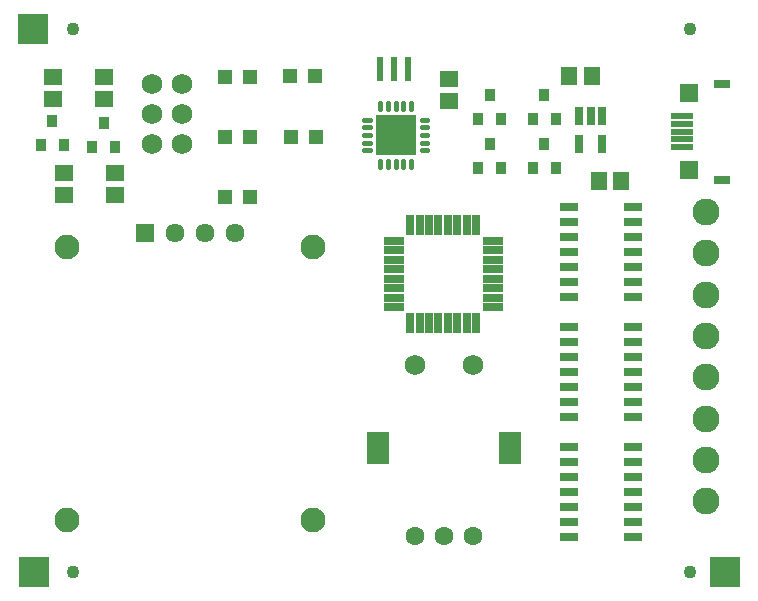
<source format=gts>
G04 EAGLE Gerber RS-274X export*
G75*
%MOMM*%
%FSLAX34Y34*%
%LPD*%
%INSoldermask Top*%
%IPPOS*%
%AMOC8*
5,1,8,0,0,1.08239X$1,22.5*%
G01*
%ADD10C,1.101600*%
%ADD11R,1.601600X1.401600*%
%ADD12R,1.401600X1.601600*%
%ADD13R,1.626600X0.751600*%
%ADD14C,1.727200*%
%ADD15C,2.286000*%
%ADD16R,1.301600X1.301600*%
%ADD17R,0.889000X0.990600*%
%ADD18R,1.609600X1.609600*%
%ADD19C,1.609600*%
%ADD20C,2.101600*%
%ADD21R,0.681600X1.491600*%
%ADD22C,0.261391*%
%ADD23R,3.351600X3.351600*%
%ADD24R,0.651600X1.701600*%
%ADD25R,1.701600X0.651600*%
%ADD26C,1.739900*%
%ADD27C,1.600200*%
%ADD28R,1.905000X2.692400*%
%ADD29R,0.501600X2.001600*%
%ADD30R,1.601597X1.501647*%
%ADD31R,1.901597X0.501600*%
%ADD32R,1.371600X0.736600*%
%ADD33R,2.540000X2.540000*%


D10*
X62000Y-2742D03*
X62000Y456909D03*
X583875Y-2742D03*
X583875Y456909D03*
D11*
X380400Y395800D03*
X380400Y414800D03*
D12*
X506700Y327900D03*
X525700Y327900D03*
X481700Y417000D03*
X500700Y417000D03*
D13*
X481680Y103100D03*
X481680Y90400D03*
X481680Y77700D03*
X481680Y65000D03*
X481680Y52300D03*
X481680Y39600D03*
X481680Y26900D03*
X535920Y26900D03*
X535920Y39600D03*
X535920Y52300D03*
X535920Y65000D03*
X535920Y77700D03*
X535920Y90400D03*
X535920Y103100D03*
X481680Y204700D03*
X481680Y192000D03*
X481680Y179300D03*
X481680Y166600D03*
X481680Y153900D03*
X481680Y141200D03*
X481680Y128500D03*
X535920Y128500D03*
X535920Y141200D03*
X535920Y153900D03*
X535920Y166600D03*
X535920Y179300D03*
X535920Y192000D03*
X535920Y204700D03*
X535920Y230100D03*
X535920Y242800D03*
X535920Y255500D03*
X535920Y268200D03*
X535920Y280900D03*
X535920Y293600D03*
X535920Y306300D03*
X481680Y306300D03*
X481680Y293600D03*
X481680Y280900D03*
X481680Y268200D03*
X481680Y255500D03*
X481680Y242800D03*
X481680Y230100D03*
D14*
X153800Y384600D03*
X128400Y384600D03*
X128400Y359200D03*
X153800Y359200D03*
X153800Y410000D03*
X128400Y410000D03*
D15*
X597700Y161800D03*
X597700Y196800D03*
X597700Y231800D03*
X597700Y266800D03*
X597700Y301800D03*
X597700Y126800D03*
X597700Y91800D03*
X597700Y56800D03*
D16*
X245400Y417000D03*
X266400Y417000D03*
X211200Y314800D03*
X190200Y314800D03*
X211200Y365600D03*
X190200Y365600D03*
X211200Y416400D03*
X190200Y416400D03*
X246400Y365500D03*
X267400Y365500D03*
D11*
X87600Y397300D03*
X87600Y416300D03*
X97500Y335100D03*
X97500Y316100D03*
X44400Y397400D03*
X44400Y416400D03*
X54300Y335000D03*
X54300Y316000D03*
D17*
X404694Y339040D03*
X423998Y339040D03*
X414346Y359360D03*
X450894Y380740D03*
X470198Y380740D03*
X460546Y401060D03*
X450894Y339040D03*
X470198Y339040D03*
X460546Y359360D03*
X404694Y380740D03*
X423998Y380740D03*
X414346Y401060D03*
X78094Y356640D03*
X97398Y356640D03*
X87746Y376960D03*
X34594Y358240D03*
X53898Y358240D03*
X44246Y378560D03*
D18*
X122700Y283600D03*
D19*
X148100Y283600D03*
X173500Y283600D03*
X198900Y283600D03*
D20*
X56660Y272170D03*
X264940Y272170D03*
X264940Y41030D03*
X56660Y41030D03*
D21*
X509400Y382950D03*
X499900Y382950D03*
X490400Y382950D03*
X490400Y359650D03*
X509400Y359650D03*
D22*
X322601Y345651D02*
X322601Y339149D01*
X320999Y339149D01*
X320999Y345651D01*
X322601Y345651D01*
X322601Y341632D02*
X320999Y341632D01*
X320999Y344115D02*
X322601Y344115D01*
X329101Y345651D02*
X329101Y339149D01*
X327499Y339149D01*
X327499Y345651D01*
X329101Y345651D01*
X329101Y341632D02*
X327499Y341632D01*
X327499Y344115D02*
X329101Y344115D01*
X335601Y345651D02*
X335601Y339149D01*
X333999Y339149D01*
X333999Y345651D01*
X335601Y345651D01*
X335601Y341632D02*
X333999Y341632D01*
X333999Y344115D02*
X335601Y344115D01*
X342101Y345651D02*
X342101Y339149D01*
X340499Y339149D01*
X340499Y345651D01*
X342101Y345651D01*
X342101Y341632D02*
X340499Y341632D01*
X340499Y344115D02*
X342101Y344115D01*
X348601Y345651D02*
X348601Y339149D01*
X346999Y339149D01*
X346999Y345651D01*
X348601Y345651D01*
X348601Y341632D02*
X346999Y341632D01*
X346999Y344115D02*
X348601Y344115D01*
X348601Y388149D02*
X348601Y394651D01*
X348601Y388149D02*
X346999Y388149D01*
X346999Y394651D01*
X348601Y394651D01*
X348601Y390632D02*
X346999Y390632D01*
X346999Y393115D02*
X348601Y393115D01*
X342101Y394651D02*
X342101Y388149D01*
X340499Y388149D01*
X340499Y394651D01*
X342101Y394651D01*
X342101Y390632D02*
X340499Y390632D01*
X340499Y393115D02*
X342101Y393115D01*
X335601Y394651D02*
X335601Y388149D01*
X333999Y388149D01*
X333999Y394651D01*
X335601Y394651D01*
X335601Y390632D02*
X333999Y390632D01*
X333999Y393115D02*
X335601Y393115D01*
X329101Y394651D02*
X329101Y388149D01*
X327499Y388149D01*
X327499Y394651D01*
X329101Y394651D01*
X329101Y390632D02*
X327499Y390632D01*
X327499Y393115D02*
X329101Y393115D01*
X322601Y394651D02*
X322601Y388149D01*
X320999Y388149D01*
X320999Y394651D01*
X322601Y394651D01*
X322601Y390632D02*
X320999Y390632D01*
X320999Y393115D02*
X322601Y393115D01*
X313551Y379099D02*
X307049Y379099D01*
X307049Y380701D01*
X313551Y380701D01*
X313551Y379099D01*
X313551Y372599D02*
X307049Y372599D01*
X307049Y374201D01*
X313551Y374201D01*
X313551Y372599D01*
X313551Y366099D02*
X307049Y366099D01*
X307049Y367701D01*
X313551Y367701D01*
X313551Y366099D01*
X313551Y359599D02*
X307049Y359599D01*
X307049Y361201D01*
X313551Y361201D01*
X313551Y359599D01*
X313551Y353099D02*
X307049Y353099D01*
X307049Y354701D01*
X313551Y354701D01*
X313551Y353099D01*
X356049Y353099D02*
X362551Y353099D01*
X356049Y353099D02*
X356049Y354701D01*
X362551Y354701D01*
X362551Y353099D01*
X362551Y359599D02*
X356049Y359599D01*
X356049Y361201D01*
X362551Y361201D01*
X362551Y359599D01*
X362551Y366099D02*
X356049Y366099D01*
X356049Y367701D01*
X362551Y367701D01*
X362551Y366099D01*
X362551Y372599D02*
X356049Y372599D01*
X356049Y374201D01*
X362551Y374201D01*
X362551Y372599D01*
X362551Y379099D02*
X356049Y379099D01*
X356049Y380701D01*
X362551Y380701D01*
X362551Y379099D01*
D23*
X334800Y366900D03*
D24*
X403100Y291000D03*
X395100Y291000D03*
X387100Y291000D03*
X379100Y291000D03*
X371100Y291000D03*
X363100Y291000D03*
X355100Y291000D03*
X347100Y291000D03*
D25*
X333300Y277200D03*
X333300Y269200D03*
X333300Y261200D03*
X333300Y253200D03*
X333300Y245200D03*
X333300Y237200D03*
X333300Y229200D03*
X333300Y221200D03*
D24*
X347100Y207400D03*
X355100Y207400D03*
X363100Y207400D03*
X371100Y207400D03*
X379100Y207400D03*
X387100Y207400D03*
X395100Y207400D03*
X403100Y207400D03*
D25*
X416900Y221200D03*
X416900Y229200D03*
X416900Y237200D03*
X416900Y245200D03*
X416900Y253200D03*
X416900Y261200D03*
X416900Y269200D03*
X416900Y277200D03*
D26*
X350908Y171820D03*
X400692Y171820D03*
D27*
X350908Y27040D03*
X375800Y27040D03*
X400692Y27040D03*
D28*
X319793Y101843D03*
X431807Y101843D03*
D29*
X321250Y422800D03*
X333250Y422800D03*
X345250Y422800D03*
D30*
X583346Y337241D03*
D31*
X577545Y356776D03*
D32*
X610755Y410489D03*
X610755Y328991D03*
D31*
X577545Y363278D03*
X577545Y369781D03*
X577545Y376283D03*
X577545Y382785D03*
D30*
X583346Y402239D03*
D33*
X28326Y-2742D03*
X27826Y456909D03*
X613701Y-2742D03*
M02*

</source>
